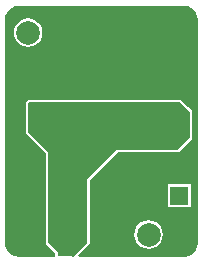
<source format=gbl>
%FSLAX42Y42*%
%MOMM*%
G71*
G01*
G75*
G04 Layer_Physical_Order=2*
G04 Layer_Color=16711680*
%ADD10R,0.60X1.55*%
%ADD11R,0.89X0.89*%
%ADD12R,0.89X0.89*%
%ADD13R,1.10X2.50*%
%ADD14C,0.56*%
%ADD15C,0.61*%
%ADD16C,0.72*%
%ADD17R,0.60X2.20*%
%ADD18R,1.10X1.70*%
%ADD19R,1.70X1.10*%
%ADD20C,0.50*%
%ADD21C,0.25*%
%ADD22C,2.00*%
%ADD23R,1.50X1.50*%
%ADD24C,1.50*%
%ADD25C,1.22*%
%ADD26C,0.70*%
G36*
X770Y-150D02*
X800Y-180D01*
Y-400D01*
Y-400D01*
X720Y-480D01*
X700Y-500D01*
X180D01*
X80Y-600D01*
X-70Y-750D01*
Y-1290D01*
Y-1290D01*
X-187Y-1407D01*
X-193D01*
X-200Y-1400D01*
X-320D01*
Y-1370D01*
X-380Y-1310D01*
X-400Y-1290D01*
Y-670D01*
Y-520D01*
X-570Y-350D01*
Y-110D01*
X-560Y-100D01*
X720D01*
X770Y-150D01*
D02*
G37*
G36*
X780Y713D02*
X809Y701D01*
X833Y683D01*
X851Y659D01*
X863Y630D01*
X867Y601D01*
X867Y600D01*
X867D01*
X867Y600D01*
Y-1300D01*
X867Y-1301D01*
X863Y-1328D01*
X853Y-1353D01*
X836Y-1376D01*
X813Y-1393D01*
X788Y-1403D01*
X761Y-1407D01*
X760Y-1407D01*
X-141D01*
X-146Y-1395D01*
X-56Y-1304D01*
X-51Y-1298D01*
X-50Y-1290D01*
Y-1290D01*
Y-758D01*
X94Y-614D01*
X94Y-614D01*
X188Y-520D01*
X700D01*
X708Y-519D01*
X714Y-514D01*
X734Y-494D01*
X734Y-494D01*
X814Y-414D01*
X819Y-408D01*
X820Y-400D01*
Y-400D01*
Y-180D01*
X820Y-180D01*
X819Y-172D01*
X814Y-166D01*
X814Y-166D01*
X784Y-136D01*
X734Y-86D01*
X728Y-81D01*
X720Y-80D01*
X-560D01*
X-560Y-80D01*
X-568Y-81D01*
X-574Y-86D01*
X-574Y-86D01*
X-584Y-96D01*
X-589Y-102D01*
X-590Y-110D01*
Y-350D01*
X-589Y-358D01*
X-584Y-364D01*
X-584Y-364D01*
X-420Y-528D01*
Y-670D01*
Y-1290D01*
X-419Y-1298D01*
X-414Y-1304D01*
X-394Y-1324D01*
X-394Y-1324D01*
X-340Y-1378D01*
Y-1400D01*
X-346Y-1407D01*
X-650D01*
X-651Y-1407D01*
X-680Y-1403D01*
X-709Y-1391D01*
X-733Y-1373D01*
X-751Y-1349D01*
X-763Y-1320D01*
X-767Y-1291D01*
X-767Y-1290D01*
X-767D01*
X-767Y-1290D01*
Y600D01*
X-767Y601D01*
X-763Y630D01*
X-751Y659D01*
X-733Y683D01*
X-709Y701D01*
X-680Y713D01*
X-651Y717D01*
X-650Y717D01*
Y717D01*
X-650Y717D01*
X750D01*
X751Y717D01*
X780Y713D01*
D02*
G37*
%LPC*%
G36*
X450Y-1099D02*
X419Y-1103D01*
X389Y-1115D01*
X364Y-1134D01*
X345Y-1159D01*
X333Y-1189D01*
X329Y-1220D01*
X333Y-1251D01*
X345Y-1281D01*
X364Y-1306D01*
X389Y-1325D01*
X419Y-1337D01*
X450Y-1341D01*
X481Y-1337D01*
X511Y-1325D01*
X536Y-1306D01*
X555Y-1281D01*
X567Y-1251D01*
X571Y-1220D01*
X567Y-1189D01*
X555Y-1159D01*
X536Y-1134D01*
X511Y-1115D01*
X481Y-1103D01*
X450Y-1099D01*
D02*
G37*
G36*
X-570Y611D02*
X-601Y607D01*
X-631Y595D01*
X-656Y576D01*
X-675Y551D01*
X-687Y521D01*
X-691Y490D01*
X-687Y459D01*
X-675Y429D01*
X-656Y404D01*
X-631Y385D01*
X-601Y373D01*
X-570Y369D01*
X-539Y373D01*
X-509Y385D01*
X-484Y404D01*
X-465Y429D01*
X-453Y459D01*
X-449Y490D01*
X-453Y521D01*
X-465Y551D01*
X-484Y576D01*
X-509Y595D01*
X-539Y607D01*
X-570Y611D01*
D02*
G37*
G36*
X805Y-795D02*
X615D01*
Y-985D01*
X805D01*
Y-795D01*
D02*
G37*
%LPD*%
D22*
X450Y-1220D02*
D03*
X-570Y490D02*
D03*
D23*
X710Y-890D02*
D03*
D24*
Y-636D02*
D03*
Y-382D02*
D03*
D25*
X-3Y-0D02*
D03*
D26*
X-670Y-50D02*
D03*
Y60D02*
D03*
Y180D02*
D03*
X690Y630D02*
D03*
X600D02*
D03*
X-520Y-150D02*
D03*
X-240Y-1370D02*
D03*
M02*

</source>
